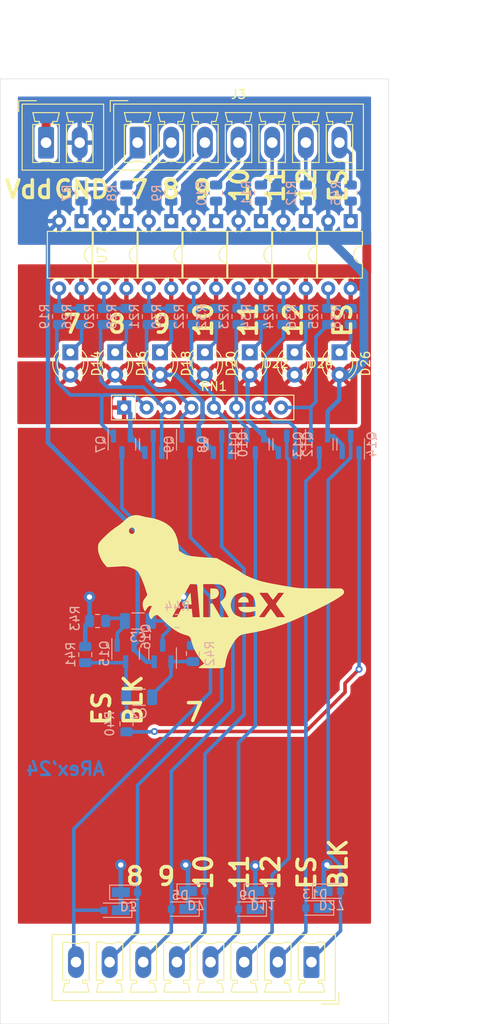
<source format=kicad_pcb>
(kicad_pcb (version 20240108) (generator "pcbnew") (generator_version "8.0")
  (title_block (title "TTL 2 NPN OC") (rev "1.0") (company "ARex'23"))
  (layers (0 "F.Cu" signal) (31 "B.Cu" signal) (34 "B.Paste" user) (35 "F.Paste" user) (36 "B.SilkS" user "B.Silkscreen") (37 "F.SilkS" user "F.Silkscreen") (38 "B.Mask" user) (39 "F.Mask" user) (44 "Edge.Cuts" user))
  (net 0 "")
  (net 1 "GND")
  (net 2 "VDD")
  (net 3 "1Hz")
  (net 4 "Net-(D1-A)")
  (net 5 "Net-(Q16-B)")
  (net 6 "Net-(Q15-B)")
  (net 7 "Net-(D3-A)")
  (net 8 "Net-(Q16-C)")
  (net 9 "Net-(D7-A)")
  (net 10 "Net-(D5-A)")
  (net 11 "Net-(D9-A)")
  (net 12 "Net-(D11-A)")
  (net 13 "Net-(D13-A)")
  (net 14 "Net-(R10-Pad2)")
  (net 15 "Net-(D14-K)")
  (net 16 "Net-(D16-K)")
  (net 17 "Net-(R19-Pad1)")
  (net 18 "Net-(R20-Pad1)")
  (net 19 "Net-(R21-Pad1)")
  (net 20 "Net-(R22-Pad1)")
  (net 21 "Net-(R23-Pad1)")
  (net 22 "Net-(D18-K)")
  (net 23 "Net-(Q7-G)")
  (net 24 "Net-(Q8-G)")
  (net 25 "Net-(Q9-G)")
  (net 26 "Net-(Q10-G)")
  (net 27 "Net-(D20-K)")
  (net 28 "Net-(Q11-G)")
  (net 29 "Net-(Q12-G)")
  (net 30 "Net-(D22-K)")
  (net 31 "Net-(Q13-G)")
  (net 32 "Net-(Q14-G)")
  (net 33 "Net-(D24-K)")
  (net 34 "Net-(R24-Pad1)")
  (net 35 "Net-(D26-K)")
  (net 36 "Net-(R45-Pad2)")
  (net 37 "Net-(J3-Pin_7)")
  (net 38 "Net-(J3-Pin_1)")
  (net 39 "Net-(R7-Pad2)")
  (net 40 "Net-(J3-Pin_2)")
  (net 41 "Net-(R8-Pad2)")
  (net 42 "Net-(J3-Pin_3)")
  (net 43 "Net-(R9-Pad2)")
  (net 44 "Net-(J3-Pin_4)")
  (net 45 "Net-(J3-Pin_5)")
  (net 46 "Net-(R11-Pad2)")
  (net 47 "Net-(J3-Pin_6)")
  (net 48 "Net-(R12-Pad2)")
  (net 49 "Net-(R25-Pad1)")
  (net 50 "Net-(D27-A)")
  (footprint "Connector_Phoenix_MC:PhoenixContact_MCV_1,5_7-G-3.81_1x07_P3.81mm_Vertical" (layer "F.Cu") (at 162.56 69.215)
    (property "Reference" "J3")
    (property "Value" "Screw_Terminal_01x07" (hide yes))
  )
  (footprint "Package_DIP:DIP-4_W7.62mm" (layer "F.Cu") (at 166.37 78.105 -90)
    (property "Reference" "U9" (hide yes))
    (property "Value" "PC817" (hide yes))
  )
  (footprint "Package_DIP:DIP-4_W7.62mm" (layer "F.Cu") (at 171.45 78.105 -90)
    (property "Reference" "U10" (hide yes))
    (property "Value" "PC817" (hide yes))
  )
  (footprint "Package_DIP:DIP-4_W7.62mm" (layer "F.Cu") (at 181.61 78.105 -90)
    (property "Reference" "U12" (hide yes))
    (property "Value" "PC817" (hide yes))
  )
  (footprint "LED_THT:LED_D3.0mm" (layer "F.Cu") (at 180.34 92.959 -90)
    (property "Reference" "D24")
    (property "Value" "LED")
  )
  (footprint "LED_THT:LED_D3.0mm" (layer "F.Cu") (at 165.1 92.959 -90)
    (property "Reference" "D18")
    (property "Value" "LED")
  )
  (footprint "LED_THT:LED_D3.0mm" (layer "F.Cu") (at 160.02 92.959 -90)
    (property "Reference" "D16")
    (property "Value" "LED")
  )
  (footprint "LED_THT:LED_D3.0mm" (layer "F.Cu") (at 185.42 92.959 -90)
    (property "Reference" "D26")
    (property "Value" "LED")
  )
  (footprint "LOGO" (layer "F.Cu") (at 172 120)
    (property "Reference" "G***" (hide yes))
    (property "Value" "LOGO" (hide yes))
  )
  (footprint "LED_THT:LED_D3.0mm" (layer "F.Cu") (at 175.26 92.959 -90)
    (property "Reference" "D22")
    (property "Value" "LED")
  )
  (footprint "LED_THT:LED_D3.0mm" (layer "F.Cu") (at 154.94 92.959 -90)
    (property "Reference" "D14")
    (property "Value" "LED")
  )
  (footprint "Package_DIP:DIP-4_W7.62mm" (layer "F.Cu") (at 186.69 78.105 -90)
    (property "Reference" "U13" (hide yes))
    (property "Value" "PC817" (hide yes))
  )
  (footprint "Resistor_THT:R_Array_SIP8" (layer "F.Cu") (at 161.036 99.211)
    (property "Reference" "RN1")
    (property "Value" "1l")
  )
  (footprint "Connector_Phoenix_MC:PhoenixContact_MCV_1,5_8-G-3.81_1x08_P3.81mm_Vertical" (layer "F.Cu") (at 182.25 162 180)
    (property "Reference" "J6" (hide yes))
    (property "Value" "Screw_Terminal_01x08" (hide yes))
  )
  (footprint "Connector_Phoenix_MC:PhoenixContact_MCV_1,5_2-G-3.81_1x02_P3.81mm_Vertical" (layer "F.Cu") (at 152.19 69.2225)
    (property "Reference" "J4" (hide yes))
    (property "Value" "Screw_Terminal_01x02" (hide yes))
  )
  (footprint "Package_DIP:DIP-4_W7.62mm" (layer "F.Cu") (at 161.29 78.105 -90)
    (property "Reference" "U8" (hide yes))
    (property "Value" "PC817" (hide yes))
  )
  (footprint "Package_DIP:DIP-4_W7.62mm" (layer "F.Cu") (at 156.21 78.105 -90)
    (property "Reference" "U7")
    (property "Value" "PC817" (hide yes))
  )
  (footprint "LED_THT:LED_D3.0mm" (layer "F.Cu") (at 170.18 92.959 -90)
    (property "Reference" "D20")
    (property "Value" "LED")
  )
  (footprint "Package_DIP:DIP-4_W7.62mm" (layer "F.Cu") (at 176.53 78.105 -90)
    (property "Reference" "U11" (hide yes))
    (property "Value" "PC817" (hide yes))
  )
  (footprint "Package_TO_SOT_SMD:SOT-23" (layer "B.Cu") (at 164.338 103.378 90)
    (property "Reference" "Q8")
    (property "Value" "IRLML0030")
  )
  (footprint "Resistor_SMD:R_0805_2012Metric" (layer "B.Cu") (at 176.53 88.9 -90)
    (property "Reference" "R34")
    (property "Value" "4k7")
  )
  (footprint "Resistor_SMD:R_0805_2012Metric" (layer "B.Cu") (at 186.69 88.9 -90)
    (property "Reference" "R38")
    (property "Value" "4k7")
  )
  (footprint "Resistor_SMD:R_0805_2012Metric" (layer "B.Cu") (at 163.83 88.9 -90)
    (property "Reference" "R21")
    (property "Value" "22")
  )
  (footprint "Resistor_SMD:R_0805_2012Metric" (layer "B.Cu") (at 167.0455 123.3795 180)
    (property "Reference" "R44")
    (property "Value" "100k")
  )
  (footprint "Diode_SMD:D_MicroSMP_AK" (layer "B.Cu") (at 175.015 156 180)
    (property "Reference" "D9")
    (property "Value" "1J")
  )
  (footprint "Resistor_SMD:R_0805_2012Metric" (layer "B.Cu") (at 156.21 88.9 -90)
    (property "Reference" "R26")
    (property "Value" "4k7")
  )
  (footprint "Resistor_SMD:R_0805_2012Metric" (layer "B.Cu") (at 168.8235 127.0625 -90)
    (property "Reference" "R42")
    (property "Value" "150k")
  )
  (footprint "Resistor_SMD:R_0805_2012Metric" (layer "B.Cu") (at 153.67 88.9 -90)
    (property "Reference" "R19")
    (property "Value" "22")
  )
  (footprint "Resistor_SMD:R_0805_2012Metric" (layer "B.Cu") (at 156.21 74.93 -90)
    (property "Reference" "R7")
    (property "Value" "1K")
  )
  (footprint "Resistor_SMD:R_0805_2012Metric" (layer "B.Cu") (at 166.37 88.9 -90)
    (property "Reference" "R30")
    (property "Value" "4k7")
  )
  (footprint "Resistor_SMD:R_0805_2012Metric" (layer "B.Cu") (at 171.45 74.93 -90)
    (property "Reference" "R10")
    (property "Value" "1K")
  )
  (footprint "Resistor_SMD:R_0805_2012Metric" (layer "B.Cu") (at 181.61 74.93 -90)
    (property "Reference" "R12")
    (property "Value" "1K")
  )
  (footprint "Resistor_SMD:R_0805_2012Metric" (layer "B.Cu") (at 158.75 88.9 -90)
    (property "Reference" "R20")
    (property "Value" "22")
  )
  (footprint "Diode_SMD:D_MicroSMP_AK" (layer "B.Cu") (at 182.635 155.873 180)
    (property "Reference" "D13")
    (property "Value" "1J")
  )
  (footprint "Resistor_SMD:R_0805_2012Metric" (layer "B.Cu") (at 166.37 74.93 -90)
    (property "Reference" "R9")
    (property "Value" "1K")
  )
  (footprint "Resistor_SMD:R_0805_2012Metric" (layer "B.Cu") (at 161.29 74.93 -90)
    (property "Reference" "R8")
    (property "Value" "1K")
  )
  (footprint "Diode_SMD:D_MicroSMP_AK" (layer "B.Cu") (at 161.535 154.095)
    (property "Reference" "D3")
    (property "Value" "1J")
  )
  (footprint "Diode_SMD:D_MicroSMP_AK" (layer "B.Cu") (at 169.155 153.968)
    (property "Reference" "D7")
    (property "Value" "1J")
  )
  (footprint "Resistor_SMD:R_0805_2012Metric" (layer "B.Cu") (at 168.91 88.9 -90)
    (property "Reference" "R22")
    (property "Value" "22")
  )
  (footprint "Resistor_SMD:R_0805_2012Metric" (layer "B.Cu") (at 186.69 74.93 -90)
    (property "Reference" "R45")
    (property "Value" "560")
  )
  (footprint "Package_TO_SOT_SMD:SOT-23" (layer "B.Cu") (at 175.895 103.378 -90)
    (property "Reference" "Q11")
    (property "Value" "IRLML0030")
  )
  (footprint "Resistor_SMD:R_0805_2012Metric" (layer "B.Cu") (at 161.29 88.9 -90)
    (property "Reference" "R28")
    (property "Value" "4k7")
  )
  (footprint "Package_TO_SOT_SMD:SOT-23" (layer "B.Cu") (at 186.69 103.378 90)
    (property "Reference" "Q14")
    (property "Value" "IRLML0030")
  )
  (footprint "Resistor_SMD:R_0805_2012Metric" (layer "B.Cu") (at 179.07 88.9 -90)
    (property "Reference" "R24")
    (property "Value" "22")
  )
  (footprint "Resistor_SMD:R_0805_2012Metric" (layer "B.Cu") (at 161.2995 135.015 90)
    (property "Reference" "R40")
    (property "Value" "22")
  )
  (footprint "Package_TO_SOT_SMD:SOT-23" (layer "B.Cu") (at 179.451 103.378 90)
    (property "Reference" "Q12")
    (property "Value" "IRLML0030")
  )
  (footprint "Package_TO_SOT_SMD:SOT-23" (layer "B.Cu") (at 183.134 103.378 -90)
    (property "Reference" "Q13")
    (property "Value" "IRLML0030")
  )
  (footprint "Resistor_SMD:R_0805_2012Metric" (layer "B.Cu") (at 158.0285 123.3795)
    (property "Reference" "R43")
    (property "Value" "150k")
  )
  (footprint "Diode_SMD:D_MicroSMP_AK" (layer "B.Cu") (at 159.775 156.127 180)
    (property "Reference" "D1" (hide yes))
    (property "Value" "1J")
  )
  (footprint "Resistor_SMD:R_0805_2012Metric" (layer "B.Cu") (at 173.99 88.9 -90)
    (property "Reference" "R23")
    (property "Value" "22")
  )
  (footprint "Package_TO_SOT_SMD:SOT-23" (layer "B.Cu") (at 160.782 103.378 -90)
    (property "Reference" "Q7")
    (property "Value" "IRLML0030")
  )
  (footprint "Resistor_SMD:R_0805_2012Metric" (layer "B.Cu") (at 171.45 88.9 -90)
    (property "Reference" "R32")
    (property "Value" "4k7")
  )
  (footprint "Package_TO_SOT_SMD:SOT-23" (layer "B.Cu") (at 165.3945 127.0625 90)
    (property "Reference" "Q16")
    (property "Value" "BC547")
  )
  (footprint "Resistor_SMD:R_0805_2012Metric" (layer "B.Cu") (at 184.15 88.9 -90)
    (property "Reference" "R25")
    (property "Value" "22")
  )
  (footprint "Diode_SMD:D_MicroSMP_AK" (layer "B.Cu") (at 176.775 153.968)
    (property "Reference" "D11")
    (property "Value" "1J")
  )
  (footprint "Package_TO_SOT_SMD:SOT-23" (layer "B.Cu") (at 161.2035 127.0625 -90)
    (property "Reference" "Q15")
    (property "Value" "BC547")
  )
  (footprint "Package_TO_SOT_SMD:SOT-23" (layer "B.Cu") (at 172.085 103.378 90)
    (property "Reference" "Q10")
    (property "Value" "IRLML0030")
  )
  (footprint "Package_TO_SOT_SMD:SOT-23" (layer "B.Cu") (at 168.529 103.378 -90)
    (property "Reference" "Q9")
    (property "Value" "IRLML0030")
  )
  (footprint "Resistor_SMD:R_0805_2012Metric" (layer "B.Cu") (at 181.61 88.9 -90)
    (property "Reference" "R36")
    (property "Value" "4k7")
  )
  (footprint "Diode_SMD:D_MicroSMP_AK" (layer "B.Cu") (at 184.522 153.968)
    (property "Reference" "D27")
    (property "Value" "1J")
  )
  (footprint "Resistor_SMD:R_0805_2012Metric" (layer "B.Cu") (at 176.53 74.93 -90)
    (property "Reference" "R11")
    (property "Value" "1K")
  )
  (footprint "Resistor_SMD:R_0805_2012Metric" (layer "B.Cu") (at 156.6315 127.1895 -90)
    (property "Reference" "R41")
    (property "Value" "5k6")
  )
  (footprint "Capacitor_SMD:C_1206_3216Metric" (layer "B.Cu") (at 162.6005 123.3795)
    (property "Reference" "C3")
    (property "Value" "4u7")
  )
  (footprint "Capacitor_SMD:C_1206_3216Metric" (layer "B.Cu") (at 162.7275 132.0155)
    (property "Reference" "C2")
    (property "Value" "4u7")
  )
  (footprint "Diode_SMD:D_MicroSMP_AK" (layer "B.Cu") (at 167.395 156 180)
    (property "Reference" "D5")
    (property "Value" "1J")
  )
  (gr_line (start 147 62) (end 191 62) (stroke (width 0.05)) (layer "Edge.Cuts"))
  (gr_line (start 191 62) (end 191 169) (stroke (width 0.05)) (layer "Edge.Cuts"))
  (gr_line (start 191 169) (end 147 169) (stroke (width 0.05)) (layer "Edge.Cuts"))
  (gr_line (start 147 169) (end 147 62) (stroke (width 0.05)) (layer "Edge.Cuts"))
  (gr_text "ARex'24" (at 159 141 0) (layer "B.Cu") (effects (font (size 1.5 1.5) (thickness 0.3) (bold yes)) (justify left bottom mirror)))
  (gr_text "GND" (at 152.908 75.692 0) (layer "F.SilkS") (effects (font (size 2 2) (thickness 0.4) (bold yes)) (justify left bottom)))
  (gr_text "BLK" (at 163.2045 135.396 90) (layer "F.SilkS") (effects (font (size 2 2) (thickness 0.4) (bold yes)) (justify left bottom)))
  (gr_text "8\n" (at 161.036 153.46 0) (layer "F.SilkS") (effects (font (size 2 2) (thickness 0.4) (bold yes)) (justify left bottom)))
  (gr_text "12" (at 181.356 91.44 90) (layer "F.SilkS") (effects (font (size 2 2) (thickness 0.4) (bold yes)) (justify left bottom)))
  (gr_text "9" (at 168.656 75.692 0) (layer "F.SilkS") (effects (font (size 2 2) (thickness 0.4) (bold yes)) (justify left bottom)))
  (gr_text "8" (at 165.1 75.692 0) (layer "F.SilkS") (effects (font (size 2 2) (thickness 0.4) (bold yes)) (justify left bottom)))
  (gr_text "7" (at 167.7765 134.888 0) (layer "F.SilkS") (effects (font (size 2 2) (thickness 0.4) (bold yes)) (justify left bottom)))
  (gr_text "9" (at 164.084 90.932 0) (layer "F.SilkS") (effects (font (size 2 2) (thickness 0.4) (bold yes)) (justify left bottom)))
  (gr_text "12" (at 178.816 153.968 90) (layer "F.SilkS") (effects (font (size 2 2) (thickness 0.4) (bold yes)) (justify left bottom)))
  (gr_text "Vdd" (at 147.32 75.692 0) (layer "F.SilkS") (effects (font (size 2 2) (thickness 0.4) (bold yes)) (justify left bottom)))
  (gr_text "10" (at 175.26 76.2 90) (layer "F.SilkS") (effects (font (size 2 2) (thickness 0.4) (bold yes)) (justify left bottom)))
  (gr_text "11" (at 176.276 91.44 90) (layer "F.SilkS") (effects (font (size 2 2) (thickness 0.4) (bold yes)) (justify left bottom)))
  (gr_text "7" (at 153.924 90.932 0) (layer "F.SilkS") (effects (font (size 2 2) (thickness 0.4) (bold yes)) (justify left bottom)))
  (gr_text "7" (at 161.544 75.692 0) (layer "F.SilkS") (effects (font (size 2 2) (thickness 0.4) (bold yes)) (justify left bottom)))
  (gr_text "12" (at 182.88 76.2 90) (layer "F.SilkS") (effects (font (size 2 2) (thickness 0.4) (bold yes)) (justify left bottom)))
  (gr_text "10" (at 171.196 153.968 90) (layer "F.SilkS") (effects (font (size 2 2) (thickness 0.4) (bold yes)) (justify left bottom)))
  (gr_text "9" (at 164.592 153.46 0) (layer "F.SilkS") (effects (font (size 2 2) (thickness 0.4) (bold yes)) (justify left bottom)))
  (gr_text "ES" (at 182.88 153.968 90) (layer "F.SilkS") (effects (font (size 2 2) (thickness 0.4) (bold yes)) (justify left bottom)))
  (gr_text "ES" (at 186.436 76.2 90) (layer "F.SilkS") (effects (font (size 2 2) (thickness 0.4) (bold yes)) (justify left bottom)))
  (gr_text "ES" (at 186.944 91.44 90) (layer "F.SilkS") (effects (font (size 2 2) (thickness 0.4) (bold yes)) (justify left bottom)))
  (gr_text "BLK" (at 186.436 153.968 90) (layer "F.SilkS") (effects (font (size 2 2) (thickness 0.4) (bold yes)) (justify left bottom)))
  (gr_text "11" (at 175.26 153.968 90) (layer "F.SilkS") (effects (font (size 2 2) (thickness 0.4) (bold yes)) (justify left bottom)))
  (gr_text "8\n" (at 159.004 90.932 0) (layer "F.SilkS") (effects (font (size 2 2) (thickness 0.4) (bold yes)) (justify left bottom)))
  (gr_text "10" (at 171.196 91.44 90) (layer "F.SilkS") (effects (font (size 2 2) (thickness 0.4) (bold yes)) (justify left bottom)))
  (gr_text "11" (at 179.324 76.2 90) (layer "F.SilkS") (effects (font (size 2 2) (thickness 0.4) (bold yes)) (justify left bottom)))
  (gr_text "ES" (at 159.6485 135.396 90) (layer "F.SilkS") (effects (font (size 2 2) (thickness 0.4) (bold yes)) (justify left bottom)))
  (segment (start 185.74 103.444) (end 184.7365 102.4405) (width 0.508) (layer "B.Cu") (net 1))
  (segment (start 152.4128 103.181746) (end 152.4128 79.3622) (width 0.508) (layer "B.Cu") (net 1))
  (segment (start 175.0188 100.6143) (end 175.0188 95.7402) (width 0.508) (layer "B.Cu") (net 1))
  (segment (start 188.1932 93.998592) (end 188.1932 84.0532) (width 1) (layer "B.Cu") (net 1))
  (segment (start 176.845 102.4405) (end 175.0188 100.6143) (width 0.508) (layer "B.Cu") (net 1))
  (segment (start 162.5695 113.338446) (end 152.4128 103.181746) (width 0.508) (layer "B.Cu") (net 1))
  (segment (start 162.67825 103.632) (end 162.67825 103.38675) (width 0.508) (layer "B.Cu") (net 1))
  (segment (start 152.4128 79.3622) (end 153.67 78.105) (width 0.508) (layer "B.Cu") (net 1))
  (segment (start 162.67825 103.38675) (end 161.732 102.4405) (width 0.508) (layer "B.Cu") (net 1))
  (segment (start 184.15 80.01) (end 184.15 78.105) (width 1) (layer "B.Cu") (net 1))
  (segment (start 175.0188 95.7402) (end 175.26 95.499) (width 0.508) (layer "B.Cu") (net 1))
  (segment (start 184.084 102.4405) (end 184.084 99.634) (width 0.508) (layer "B.Cu") (net 1))
  (segment (start 185.74 104.3155) (end 185.74 103.444) (width 0.508) (layer "B.Cu") (net 1))
  (segment (start 184.7365 102.4405) (end 184.084 102.4405) (width 0.508) (layer "B.Cu") (net 1))
  (segment (start 162.1535 126.125) (end 162.1535 126.598) (width 0.508) (layer "B.Cu") (net 1))
  (segment (start 184.084 99.634) (end 185.3966 98.3214) (width 0.508) (layer "B.Cu") (net 1))
  (segment (start 169.9132 98.5392) (end 166.873 95.499) (width 0.508) (layer "B.Cu") (net 1))
  (segment (start 161.732 102.4405) (end 161.732 99.907) (width 0.508) (layer "B.Cu") (net 1))
  (segment (start 169.479 101.158) (end 169.9132 100.7238) (width 0.508) (layer "B.Cu") (net 1))
  (segment (start 163.5555 128) (end 164.4445 128) (width 0.508) (layer "B.Cu") (net 1))
  (segment (start 186.692792 95.499) (end 188.1932 93.998592) (width 1) (layer "B.Cu") (net 1))
  (segment (start 178.501 104.3155) (end 178.501 104.0965) (width 0.508) (layer "B.Cu") (net 1))
  (segment (start 185.42 95.499) (end 186.692792 95.499) (width 1) (layer "B.Cu") (net 1))
  (segment (start 162.1535 126.125) (end 162.1535 125.017) (width 0.508) (layer "B.Cu") (net 1))
  (segment (start 171.135 104.3155) (end 171.135 104.0965) (width 0.508) (layer "B.Cu") (net 1))
  (segment (start 163.36175 104.3155) (end 162.67825 103.632) (width 0.508) (layer "B.Cu") (net 1))
  (segment (start 161.732 99.907) (end 161.036 99.211) (width 0.508) (layer "B.Cu") (net 1))
  (segment (start 162.5695 124.601) (end 162.5695 113.338446) (width 0.508) (layer "B.Cu") (net 1))
  (segment (start 171.135 104.0965) (end 169.479 102.4405) (width 0.508) (layer "B.Cu") (net 1))
  (segment (start 163.388 104.3155) (end 163.36175 104.3155) (width 0.508) (layer "B.Cu") (net 1))
  (segment (start 162.1535 126.598) (end 163.5555 128) (width 0.508) (layer "B.Cu") (net 1))
  (segment (start 162.1535 125.017) (end 162.5695 124.601) (width 0.508) (layer "B.Cu") (net 1))
  (segment (start 178.501 104.0965) (end 176.845 102.4405) (width 0.508) (layer "B.Cu") (net 1))
  (segment (start 169.9132 100.7238) (end 169.9132 98.5392) (width 0.508) (layer "B.Cu") (net 1))
  (segment (start 169.479 102.4405) (end 169.479 101.158) (width 0.508) (layer "B.Cu") (net 1))
  (segment (start 166.873 95.499) (end 165.1 95.499) (width 0.508) (layer "B.Cu") (net 1))
  (segment (start 185.3966 95.5224) (end 185.42 95.499) (width 0.508) (layer "B.Cu") (net 1))
  (segment (start 185.3966 98.3214) (end 185.3966 95.5224) (width 0.508) (layer "B.Cu") (net 1))
  (segment (start 162.1535 126.125) (end 162.453499 125.825001) (width 0.508) (layer "B.Cu") (net 1))
  (segment (start 188.1932 84.0532) (end 184.15 80.01) (width 1) (layer "B.Cu") (net 1))
  (segment (start 152.19 69.2225) (end 152.19 65.2848) (width 1) (layer "F.Cu") (net 2))
  (segment (start 152.19 65.2848) (end 152.4508 65.024) (width 1) (layer "F.Cu") (net 2))
  (segment (start 188.468 68.072) (end 188.468 79.3334) (width 1) (layer "F.Cu") (net 2))
  (segment (start 188.468 79.3334) (end 188.5188 79.3842) (width 1) (layer "F.Cu") (net 2))
  (segment (start 185.42 65.024) (end 188.468 68.072) (width 1) (layer "F.Cu") (net 2))
  (segment (start 152.4508 65.024) (end 185.42 65.024) (width 1) (layer "F.Cu") (net 2))
  (segment (start 188.5188 79.3842) (end 188.5188 83.8962) (width 1) (layer "F.Cu") (net 2))
  (segment (start 188.5188 83.8962) (end 186.69 85.725) (width 1) (layer "F.Cu") (net 2))
  (via (at 168 151) (size 1.27) (drill 0.6) (layers "F.Cu" "B.Cu") (net 2))
  (via (at 175.895 151.105) (size 1.27) (drill 0.6) (layers "F.Cu" "B.Cu") (net 2))
  (via (at 184 151) (size 1.27) (drill 0.6) (layers "F.Cu" "B.Cu") (net 2))
  (via (at 160.655 151) (size 1.27) (drill 0.6) (layers "F.Cu" "B.Cu") (net 2))
  (via (at 157.1085 120.664) (size 1.27) (drill 0.6) (layers "F.Cu" "B.Cu") (net 2))
  (via (at 167.7765 120.664) (size 1.27) (drill 0.6) (layers "F.Cu" "B.Cu") (net 2))
  (segment (start 168.8235 125.1575) (end 168.8235 126.15) (width 0.508) (layer "B.Cu") (net 2))
  (segment (start 167.958 120.8455) (end 167.7765 120.664) (width 0.508) (layer "B.Cu") (net 2))
  (segment (start 175.895 153.968) (end 175.895 156) (width 0.508) (layer "B.Cu") (net 2))
  (segment (start 167.958 123.3795) (end 167.958 124.292) (width 0.508) (layer "B.Cu") (net 2))
  (segment (start 183.642 151.358) (end 184 151) (width 0.508) (layer "B.Cu") (net 2))
  (segment (start 168.275 153.968) (end 168.275 151.275) (width 0.508) (layer "B.Cu") (net 2))
  (segment (start 183.642 153.968) (end 183.642 151.358) (width 0.508) (layer "B.Cu") (net 2))
  (segment (start 156.6315 123.864) (end 157.116 123.3795) (width 0.508) (layer "B.Cu") (net 2))
  (segment (start 168.275 153.968) (end 168.275 156) (width 0.508) (layer "B.Cu") (net 2))
  (segment (start 168.275 151.275) (end 168 151) (width 0.508) (layer "B.Cu") (net 2))
  (segment (start 176 151) (end 175.895 151.105) (width 0.508) (layer "B.Cu") (net 2))
  (segment (start 183.642 153.968) (end 183.642 155.746) (width 0.508) (layer "B.Cu") (net 2))
  (segment (start 157.116 123.3795) (end 157.116 120.6715) (width 0.508) (layer "B.Cu") (net 2))
  (segment (start 167.958 123.3795) (end 167.958 120.8455) (width 0.508) (layer "B.Cu") (net 2))
  (segment (start 157.116 120.6715) (end 157.1085 120.664) (width 0.508) (layer "B.Cu") (net 2))
  (segment (start 175.895 153.968) (end 175.895 151.105) (width 0.508) (layer "B.Cu") (net 2))
  (segment (start 160.655 154.095) (end 160.655 156.127) (width 0.508) (layer "B.Cu") (net 2))
  (segment (start 183.642 155.746) (end 183.515 155.873) (width 0.508) (layer "B.Cu") (net 2))
  (segment (start 167.958 124.292) (end 168.8235 125.1575) (width 0.508) (layer "B.Cu") (net 2))
  (segment (start 156.6315 126.277) (end 156.6315 123.864) (width 0.508) (layer "B.Cu") (net 2))
  (segment (start 160.655 154.095) (end 160.655 151) (width 0.508) (layer "B.Cu") (net 2))
  (segment (start 161.2035 128) (end 161.2525 128.049) (width 0.4064) (layer "B.Cu") (net 3))
  (segment (start 156.6315 128.102) (end 161.1015 128.102) (width 0.4064) (layer "B.Cu") (net 3))
  (segment (start 161.2995 134.1025) (end 161.2995 132.0625) (width 0.4064) (layer "B.Cu") (net 3))
  (segment (start 161.2995 132.0625) (end 161.2525 132.0155) (width 0.4064) (layer "B.Cu") (net 3))
  (segment (start 161.1015 128.102) (end 161.2035 128) (width 0.4064) (layer "B.Cu") (net 3))
  (segment (start 161.2525 128.049) (end 161.2525 132.0155) (width 0.4064) (layer "B.Cu") (net 3))
  (segment (start 170.815 120.65) (end 160.782 110.617) (width 0.4064) (layer "B.Cu") (net 4))
  (segment (start 155.33 156) (end 155.33 146.93) (width 0.4064) (layer "B.Cu") (net 4))
  (segment (start 155.457 156.127) (end 155.33 156) (width 0.4064) (layer "B.Cu") (net 4))
  (segment (start 155.33 146.93) (end 170.815 131.445) (width 0.4064) (layer "B.Cu") (net 4))
  (segment (start 155.58 162) (end 155.33 161.75) (width 0.4064) (layer "B.Cu") (net 4))
  (segment (start 170.815 131.445) (end 170.815 120.65) (width 0.4064) (layer "B.Cu") (net 4))
  (segment (start 160.782 110.617) (end 160.782 104.3155) (width 0.4064) (layer "B.Cu") (net 4))
  (segment (start 158.755 156.127) (end 155.457 156.127) (width 0.4064) (layer "B.Cu") (net 4))
  (segment (start 155.33 161.75) (end 155.33 156) (width 0.4064) (layer "B.Cu") (net 4))
  (segment (start 168.8235 127.975) (end 166.3695 127.975) (width 0.4064) (layer "B.Cu") (net 5))
  (segment (start 166.3445 128) (end 166.3445 129.589) (width 0.4064) (layer "B.Cu") (net 5))
  (segment (start 164.2025 131.731) (end 164.2025 132.0155) (width 0.4064) (layer "B.Cu") (net 5))
  (segment (start 166.3445 129.589) (end 164.2025 131.731) (width 0.4064) (layer "B.Cu") (net 5))
  (segment (start 166.3695 127.975) (end 166.3445 128) (width 0.4064) (layer "B.Cu") (net 5))
  (segment (start 160.2535 126.125) (end 160.2535 124.758) (width 0.4064) (layer "B.Cu") (net 6))
  (segment (start 158.941 123.3795) (end 159.2435 123.077) (width 0.4064) (layer "B.Cu") (net 6))
  (segment (start 161.1255 123.886) (end 161.1255 123.3795) (width 0.4064) (layer "B.Cu") (net 6))
  (segment (start 160.2535 124.758) (end 161.1255 123.886) (width 0.4064) (layer "B.Cu") (net 6))
  (segment (start 160.823 123.077) (end 161.1255 123.3795) (width 0.4064) (layer "B.Cu") (net 6))
  (segment (start 159.2435 123.077) (end 160.823 123.077) (width 0.4064) (layer "B.Cu") (net 6))
  (segment (start 172.085 132.4575) (end 172.085 119.820513) (width 0.4064) (layer "B.Cu") (net 7))
  (segment (start 162.555 141.9875) (end 172.085 132.4575) (width 0.4064) (layer "B.Cu") (net 7))
  (segment (start 159.39 161.75) (end 162.555 158.585) (width 0.4064) (layer "B.Cu") (net 7))
  (segment (start 162.555 158.585) (end 162.555 141.9875) (width 0.4064) (layer "B.Cu") (net 7))
  (segment (start 164.338 112.073513) (end 164.338 102.4405) (width 0.4064) (layer "B.Cu") (net 7))
  (segment (start 172.085 119.820513) (end 164.338 112.073513) (width 0.4064) (layer "B.Cu") (net 7))
  (segment (start 159.39 162) (end 159.39 161.75) (width 0.4064) (layer "B.Cu") (net 7))
  (segment (start 164.0755 123.3795) (end 166.133 123.3795) (width 0.4064) (layer "B.Cu") (net 8))
  (segment (start 166.133 124.34375) (end 166.133 123.3795) (width 0.4064) (layer "B.Cu") (net 8))
  (segment (start 165.3945 125.08225) (end 166.133 124.34375) (width 0.4064) (layer "B.Cu") (net 8))
  (segment (start 165.3945 126.125) (end 165.3945 125.08225) (width 0.4064) (layer "B.Cu") (net 8))
  (segment (start 167.01 161.75) (end 170.18 158.58) (width 0.4064) (layer "B.Cu") (net 9))
  (segment (start 172.085 114.935) (end 172.085 102.4405) (width 0.4064) (layer "B.Cu") (net 9))
  (segment (start 174.625 117.475) (end 172.085 114.935) (width 0.4064) (layer "B.Cu") (net 9))
  (segment (start 170.18 153.973) (end 170.175 153.968) (width 0.4064) (layer "B.Cu") (net 9))
  (segment (start 170.18 138.43) (end 174.625 133.985) (width 0.4064) (layer "B.Cu") (net 9))
  (segment (start 174.625 133.985) (end 174.625 117.475) (width 0.4064) (layer "B.Cu") (net 9))
  (segment (start 167.01 162) (end 167.01 161.75) (width 0.4064) (layer "B.Cu") (net 9))
  (segment (start 170.18 158.58) (end 170.18 138.43) (width 0.4064) (layer "B.Cu") (net 9))
  (segment (start 173.355 133.4205) (end 166.375 140.4005) (width 0.4064) (layer "B.Cu") (net 10))
  (segment (start 173.355 118.745) (end 173.355 133.4205) (width 0.4064) (layer "B.Cu") (net 10))
  (segment (start 163.2 161.75) (end 163.2 162) (width 0.4064) (layer "B.Cu") (net 10))
  (segment (start 166.375 158.575) (end 163.2 161.75) (width 0.4064) (layer "B.Cu") (net 10))
  (segment (start 168.529 113.919) (end 173.355 118.745) (width 0.4064) (layer "B.Cu") (net 10))
  (segment (start 166.375 140.4005) (end 166.375 158.575) (width 0.4064) (layer "B.Cu") (net 10))
  (segment (start 168.529 104.3155) (end 168.529 113.919) (width 0.4064) (layer "B.Cu") (net 10))
  (segment (start 173.995 158.575) (end 170.82 161.75) (width 0.4064) (layer "B.Cu") (net 11))
  (segment (start 175.895 135.255) (end 173.995 137.155) (width 0.4064) (layer "B.Cu") (net 11))
  (segment (start 175.895 104.3155) (end 175.895 135.255) (width 0.4064) (layer "B.Cu") (net 11))
  (segment (start 170.82 161.75) (end 170.82 162) (width 0.4064) (layer "B.Cu") (net 11))
  (segment (start 173.995 137.155) (end 173.995 158.575) (width 0.4064) (layer "B.Cu") (net 11))
  (segment (start 177.795 158.585) (end 177.795 152.135696) (width 0.4064) (layer "B.Cu") (net 12))
  (segment (start 179.451 104.894026) (end 179.451 102.4405) (width 0.4064) (layer "B.Cu") (net 12))
  (segment (start 179.705 150.225696) (end 179.705 105.148026) (width 0.4064) (layer "B.Cu") (net 12))
  (segment (start 174.63 162) (end 174.63 161.75) (width 0.4064) (layer "B.Cu") (net 12))
  (segment (start 179.705 105.148026) (end 179.451 104.894026) (width 0.4064) (layer "B.Cu") (net 12))
  (segment (start 177.795 152.135696) (end 179.705 150.225696) (width 0.4064) (layer "B.Cu") (net 12))
  (segment (start 174.63 161.75) (end 177.795 158.585) (width 0.4064) (layer "B.Cu") (net 12))
  (segment (start 181.615 107.564) (end 183.134 106.045) (width 0.4064) (layer "B.Cu") (net 13))
  (segment (start 181.615 155.873) (end 181.615 158.575) (width 0.4064) (layer "B.Cu") (net 13))
  (segment (start 181.615 155.873) (end 181.615 107.564) (width 0.4064) (layer "B.Cu") (net 13))
  (segment (start 183.134 106.045) (end 183.134 104.3155) (width 0.4064) (layer "B.Cu") (net 13))
  (segment (start 181.615 158.575) (end 178.44 161.75) (width 0.4064) (layer "B.Cu") (net 13))
  (segment (start 178.44 161.75) (end 178.44 162) (width 0.4064) (layer "B.Cu") (net 13))
  (segment (start 171.45 78.105) (end 171.45 75.8425) (width 0.4064) (layer "B.Cu") (net 14))
  (segment (start 156.21 89.8125) (end 156.21 91.689) (width 0.4064) (layer "B.Cu") (net 15))
  (segment (start 156.21 91.689) (end 154.94 92.959) (width 0.4064) (layer "B.Cu") (net 15))
  (segment (start 161.29 91.689) (end 160.02 92.959) (width 0.4064) (layer "B.Cu") (net 16))
  (segment (start 161.29 89.8125) (end 161.29 91.689) (width 0.4064) (layer "B.Cu") (net 16))
  (segment (start 153.67 87.9875) (end 153.67 85.725) (width 0.4064) (layer "B.Cu") (net 17))
  (segment (start 153.67 87.9875) (end 156.21 87.9875) (width 0.4064) (layer "B.Cu") (net 17))
  (segment (start 158.75 87.9875) (end 161.29 87.9875) (width 0.4064) (layer "B.Cu") (net 18))
  (segment (start 158.75 87.9375) (end 158.8 87.9875) (width 0.4064) (layer "B.Cu") (net 18))
  (segment (start 158.75 85.725) (end 158.75 87.9375) (width 0.4064) (layer "B.Cu") (net 18))
  (segment (start 163.83 85.725) (end 163.83 87.9575) (width 0.4064) (layer "B.Cu") (net 19))
  (segment (start 163.83 87.9575) (end 163.8 87.9875) (width 0.4064) (layer "B.Cu") (net 19))
  (segment (start 163.83 87.9875) (end 166.37 87.9875) (width 0.4064) (layer "B.Cu") (net 19))
  (segment (start 168.91 87.9875) (end 171.45 87.9875) (width 0.4064) (layer "B.Cu") (net 20))
  (segment (start 168.91 85.725) (end 168.91 87.9875) (width 0.4064) (layer "B.Cu") (net 20))
  (segment (start 173.99 85.725) (end 173.99 87.9875) (width 0.4064) (layer "B.Cu") (net 21))
  (segment (start 173.99 87.9875) (end 176.53 87.9875) (width 0.4064) (layer "B.Cu") (net 21))
  (segment (start 166.37 89.8125) (end 166.37 91.689) (width 0.4064) (layer "B.Cu") (net 22))
  (segment (start 166.37 91.689) (end 165.1 92.959) (width 0.4064) (layer "B.Cu") (net 22))
  (segment (start 162.155 97.79) (end 163.576 99.211) (width 0.4064) (layer "B.Cu") (net 23))
  (segment (start 153.67 89.8125) (end 153.416 90.0665) (width 0.4064) (layer "B.Cu") (net 23))
  (segment (start 159.832 102.4405) (end 158.496 101.1045) (width 0.4064) (layer "B.Cu") (net 23))
  (segment (start 158.7106 97.79) (end 162.155 97.79) (width 0.4064) (layer "B.Cu") (net 23))
  (segment (start 158.496 98.0046) (end 158.7106 97.79) (width 0.4064) (layer "B.Cu") (net 23))
  (segment (start 158.2814 97.79) (end 158.496 98.0046) (width 0.4064) (layer "B.Cu") (net 23))
  (segment (start 158.496 101.1045) (end 158.496 98.0046) (width 0.4064) (layer "B.Cu") (net 23))
  (segment (start 153.416 90.0665) (end 153.416 96.266) (width 0.4064) (layer "B.Cu") (net 23))
  (segment (start 153.416 96.266) (end 154.94 97.79) (width 0.4064) (layer "B.Cu") (net 23))
  (segment (start 154.94 97.79) (end 158.2814 97.79) (width 0.4064) (layer "B.Cu") (net 23))
  (segment (start 165.288 104.3155) (end 165.288 100.039) (width 0.4064) (layer "B.Cu") (net 24))
  (segment (start 158.369 96.139) (end 158.369 90.1935) (width 0.4064) (layer "B.Cu") (net 24))
  (segment (start 158.369 90.1935) (end 158.75 89.8125) (width 0.4064) (layer "B.Cu") (net 24))
  (segment (start 165.288 100.039) (end 166.116 99.211) (width 0.4064) (layer "B.Cu") (net 24))
  (segment (start 165.505 99.211) (end 163.195 96.901) (width 0.4064) (layer "B.Cu") (net 24))
  (segment (start 166.116 99.211) (end 165.505 99.211) (width 0.4064) (layer "B.Cu") (net 24))
  (segment (start 163.195 96.901) (end 159.131 96.901) (width 0.4064) (layer "B.Cu") (net 24))
  (segment (start 159.131 96.901) (end 158.369 96.139) (width 0.4064) (layer "B.Cu") (net 24))
  (segment (start 167.579 102.4405) (end 167.579 100.288) (width 0.4064) (layer "B.Cu") (net 25))
  (segment (start 164.7825 97.282) (end 163.576 96.0755) (width 0.4064) (layer "B.Cu") (net 25))
  (segment (start 167.579 100.288) (end 168.656 99.211) (width 0.4064) (layer "B.Cu") (net 25))
  (segment (start 166.751 97.282) (end 164.7825 97.282) (width 0.4064) (layer "B.Cu") (net 25))
  (segment (start 168.656 99.211) (end 168.656 99.187) (width 0.4064) (layer "B.Cu") (net 25))
  (segment (start 163.576 96.0755) (end 163.576 90.0665) (width 0.4064) (layer "B.Cu") (net 25))
  (segment (start 168.656 99.187) (end 166.751 97.282) (width 0.4064) (layer "B.Cu") (net 25))
  (segment (start 163.576 90.0665) (end 163.83 89.8125) (width 0.4064) (layer "B.Cu") (net 25))
  (segment (start 173.035 104.3155) (end 173.035 101.05) (width 0.4064) (layer "B.Cu") (net 26))
  (segment (start 171.196 99.211) (end 171.196 97.917) (width 0.4064) (layer "B.Cu") (net 26))
  (segment (start 170.434 97.155) (end 169.799 97.155) (width 0.4064) (layer "B.Cu") (net 26))
  (segment (start 168.656 90.0665) (end 168.91 89.8125) (width 0.4064) (layer "B.Cu") (net 26))
  (segment (start 169.799 97.155) (end 168.656 96.012) (width 0.4064) (layer "B.Cu") (net 26))
  (segment (start 173.035 101.05) (end 171.196 99.211) (width 0.4064) (layer "B.Cu") (net 26))
  (segment (start 168.656 96.012) (end 168.656 90.0665) (width 0.4064) (layer "B.Cu") (net 26))
  (segment (start 171.196 97.917) (end 170.434 97.155) (width 0.4064) (layer "B.Cu") (net 26))
  (segment (start 171.45 91.689) (end 170.18 92.959) (width 0.4064) (layer "B.Cu") (net 27))
  (segment (start 171.45 89.8125) (end 171.45 91.689) (width 0.4064) (layer "B.Cu") (net 27))
  (segment (start 173.736 100.33) (end 173.736 99.211) (width 0.4064) (layer "B.Cu") (net 28))
  (segment (start 173.736 90.0665) (end 173.99 89.8125) (width 0.4064) (layer "B.Cu") (net 28))
  (segment (start 174.945 101.539) (end 173.736 100.33) (width 0.4064) (layer "B.Cu") (net 28))
  (segment (start 174.945 102.4405) (end 174.945 101.539) (width 0.4064) (layer "B.Cu") (net 28))
  (segment (start 173.736 99.211) (end 173.736 90.0665) (width 0.4064) (layer "B.Cu") (net 28))
  (segment (start 179.705 100.838) (end 177.903 100.838) (width 0.4064) (layer "B.Cu") (net 29))
  (segment (start 176.2916 99.211) (end 176.276 99.211) (width 0.4064) (layer "B.Cu") (net 29))
  (segment (start 179.07 91.313) (end 179.07 89.8125) (width 0.4064) (layer "B.Cu") (net 29))
  (segment (start 177.903 100.838) (end 176.276 99.211) (width 0.4064) (layer "B.Cu") (net 29))
  (segment (start 180.401 104.3155) (end 180.401 101.534) (width 0.4064) (layer "B.Cu") (net 29))
  (segment (start 180.401 101.534) (end 179.705 100.838) (width 0.4064) (layer "B.Cu") (net 29))
  (segment (start 177.075999 93.307001) (end 179.07 91.313) (width 0.4064) (layer "B.Cu") (net 29))
  (segment (start 177.075999 98.411001) (end 177.075999 93.307001) (width 0.4064) (layer "B.Cu") (net 29))
  (segment (start 176.276 99.211) (end 177.075999 98.411001) (width 0.4064) (layer "B.Cu") (net 29))
  (segment (start 176.53 89.8125) (end 176.53 91.689) (width 0.4064) (layer "B.Cu") (net 30))
  (segment (start 176.53 91.689) (end 175.26 92.959) (width 0.4064) (layer "B.Cu") (net 30))
  (segment (start 182.753 91.2095) (end 184.15 89.8125) (width 0.4064) (layer "B.Cu") (net 31))
  (segment (start 178.816 99.211) (end 182.1124 99.211) (width 0.4064) (layer "B.Cu") (net 31))
  (segment (start 182.184 99.1394) (end 182.184 102.4405) (width 0.4064) (layer "B.Cu") (net 31))
  (segment (start 182.753 98.5704) (end 182.753 91.2095) (width 0.4064) (layer "B.Cu") (net 31))
  (segment (start 184.1136 89.8489) (end 184.15 89.8125) (width 0.4064) (layer "B.Cu") (net 31))
  (segment (start 182.1124 99.211) (end 182.184 99.1394) (width 0.4064) (layer "B.Cu") (net 31))
  (segment (start 182.753 98.5704) (end 182.184 99.1394) (width 0.4064) (layer "B.Cu") (net 31))
  (segment (start 186.055 130.429) (end 187.64 128.844) (width 0.4064) (layer "F.Cu") (net 32))
  (segment (start 181.61 135.89) (end 186.055 131.445) (width 0.4064) (layer "F.Cu") (net 32))
  (segment (start 186.055 131.445) (end 186.055 130.429) (width 0.4064) (layer "F.Cu") (net 32))
  (segment (start 164.465 135.89) (end 181.61 135.89) (width 0.4064) (layer "F.Cu") (net 32))
  (via (at 164.465 135.89) (size 0.8) (drill 0.4) (layers "F.Cu" "B.Cu") (net 32))
  (via (at 187.64 128.844) (size 0.8) (drill 0.4) (layers "F.Cu" "B.Cu") (net 32))
  (segment (start 164.4275 135.9275) (end 164.465 135.89) (width 0.4064) (layer "B.Cu") (net 32))
  (segment (start 187.64 104.3155) (end 187.64 128.844) (width 0.4064) (layer "B.Cu") (net 32))
  (segment (start 161.2995 135.9275) (end 164.4275 135.9275) (width 0.4064) (layer "B.Cu") (net 32))
  (segment (start 181.61 91.689) (end 180.34 92.959) (width 0.4064) (layer "B.Cu") (net 33))
  (segment (start 181.61 89.8125) (end 181.61 91.689) (width 0.4064) (layer "B.Cu") (net 33))
  (segment (start 179.07 85.725) (end 179.07 87.9875) (width 0.4064) (layer "B.Cu") (net 34))
  (segment (start 179.07 87.9875) (end 181.61 87.9875) (width 0.4064) (layer "B.Cu") (net 34))
  (segment (start 186.69 91.689) (end 185.42 92.959) (width 0.4064) (layer "B.Cu") (net 35))
  (segment (start 186.69 89.8125) (end 186.69 91.689) (width 0.4064) (layer "B.Cu") (net 35))
  (segment (start 186.69 78.105) (end 186.69 75.8425) (width 0.4064) (layer "B.Cu") (net 36))
  (segment (start 186.69 74.0175) (end 186.69 70.485) (width 0.4064) (layer "B.Cu") (net 37))
  (segment (start 186.69 70.485) (end 185.42 69.215) (width 0.4064) (layer "B.Cu") (net 37))
  (segment (start 162.56 70.104) (end 162.56 69.215) (width 0.4064) (layer "B.Cu") (net 38))
  (segment (start 156.21 74.0175) (end 158.6465 74.0175) (width 0.4064) (layer "B.Cu") (net 38))
  (segment (start 158.6465 74.0175) (end 162.56 70.104) (width 0.4064) (layer "B.Cu") (net 38))
  (segment (start 156.21 75.8425) (end 156.21 78.105) (width 0.4064) (layer "B.Cu") (net 39))
  (segment (start 161.29 74.0175) (end 161.5675 74.0175) (width 0.4064) (layer "B.Cu") (net 40))
  (segment (start 161.5675 74.0175) (end 166.37 69.215) (width 0.4064) (layer "B.Cu") (net 40))
  (segment (start 161.29 78.105) (end 161.29 75.8425) (width 0.4064) (layer "B.Cu") (net 41))
  (segment (start 166.5205 74.0175) (end 170.18 70.358) (width 0.4064) (layer "B.Cu") (net 42))
  (segment (start 170.18 70.358) (end 170.18 69.215) (width 0.4064) (layer "B.Cu") (net 42))
  (segment (start 166.37 74.0175) (end 166.5205 74.0175) (width 0.4064) (layer "B.Cu") (net 42))
  (segment (start 166.37 78.105) (end 166.37 75.8425) (width 0.4064) (layer "B.Cu") (net 43))
  (segment (start 173.99 71.4775) (end 173.99 69.215) (width 0.4064) (layer "B.Cu") (net 44))
  (segment (start 171.45 74.0175) (end 173.99 71.4775) (width 0.4064) (layer "B.Cu") (net 44))
  (segment (start 177.8 72.7475) (end 177.8 69.215) (width 0.4064) (layer "B.Cu") (net 45))
  (segment (start 176.53 74.0175) (end 177.8 72.7475) (width 0.4064) (layer "B.Cu") (net 45))
  (segment (start 176.53 78.105) (end 176.53 75.8425) (width 0.4064) (layer "B.Cu") (net 46))
  (segment (start 181.61 74.0175) (end 181.61 69.215) (width 0.4064) (layer "B.Cu") (net 47))
  (segment (start 181.61 78.105) (end 181.61 75.8425) (width 0.4064) (layer "B.Cu") (net 48))
  (segment (start 184.15 87.9875) (end 186.69 87.9875) (width 0.4064) (layer "B.Cu") (net 49))
  (segment (start 184.15 85.725) (end 184.15 87.9875) (width 0.4064) (layer "B.Cu") (net 49))
  (segment (start 185.542 153.968) (end 185.542 158.458) (width 0.4064) (layer "B.Cu") (net 50))
  (segment (start 184.15 149.677237) (end 185.542 151.069237) (width 0.4064) (layer "B.Cu") (net 50))
  (segment (start 185.542 151.069237) (end 185.542 153.968) (width 0.4064) (layer "B.Cu") (net 50))
  (segment (start 185.542 158.458) (end 182.25 161.75) (width 0.4064) (layer "B.Cu") (net 50))
  (segment (start 186.69 102.4405) (end 186.69 104.894026) (width 0.4064) (layer "B.Cu") (net 50))
  (segment (start 184.15 107.434026) (end 184.15 149.677237) (width 0.4064) (layer "B.Cu") (net 50))
  (segment (start 182.25 161.75) (end 182.25 162) (width 0.4064) (layer "B.Cu") (net 50))
  (segment (start 186.69 104.894026) (end 184.15 107.434026) (width 0.4064) (layer "B.Cu") (net 50))
  (zone (net 1) (net_name "GND") (layer "F.Cu") (priority 5) (connect_pads (clearance 0.4064)) (min_thickness 0.25) (fill yes (thermal_gap 0.5) (thermal_bridge_width 0.5))
    (polygon (pts (xy 148.936 93.98) (xy 187.452 93.98) (xy 187.452 101.092) (xy 148.936 101.092)))
  )
  (zone (net 2) (net_name "VDD") (layer "F.Cu") (priority 4) (connect_pads (clearance 0.4064)) (min_thickness 0.25) (fill yes (thermal_gap 0.5) (thermal_bridge_width 0.5))
    (polygon (pts (xy 149 157.654) (xy 189 157.654) (xy 189 83) (xy 149 83)))
  )
  (zone (net 1) (net_name "GND") (layer "B.Cu") (connect_pads (clearance 0.4064)) (min_thickness 0.25) (fill yes (thermal_gap 0.5) (thermal_bridge_width 0.5))
    (polygon (pts (xy 149 64) (xy 189 64) (xy 189 80.792) (xy 149 80.792)))
  )
)
</source>
